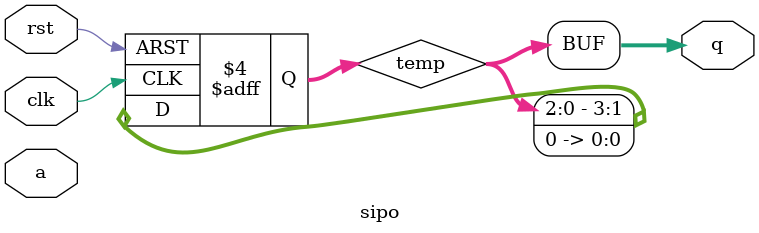
<source format=v>
module sipo ( a,clk , rst ,q);
input clk ,rst;
input a;
output [3:0] q;
wire [3:0] q;
reg [3:0] temp;
always @ (posedge clk,posedge rst)
begin
if (rst == 1'b1)
temp <= 4'b0000;
else
begin
temp<= temp<< 1'b1;
end
end
assign q= temp;
endmodule

</source>
